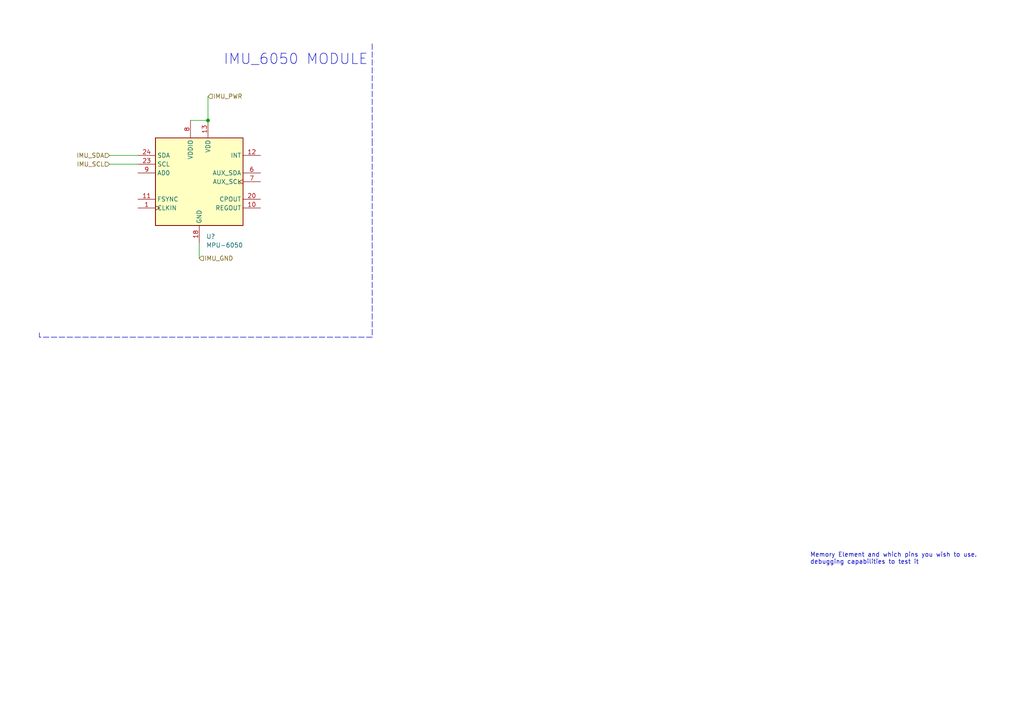
<source format=kicad_sch>
(kicad_sch (version 20211123) (generator eeschema)

  (uuid 0910cb2b-5973-4d8a-ae14-7a1f346a65e3)

  (paper "A4")

  (title_block
    (title "Microcontroller Interfacing Submodule Schematic")
    (date "2022-04-02")
    (rev "v1.04")
    (company "University of Cape Town")
    (comment 1 "Ethan Morris")
  )

  (lib_symbols
    (symbol "Sensor_Motion:MPU-6050" (in_bom yes) (on_board yes)
      (property "Reference" "U" (id 0) (at -11.43 13.97 0)
        (effects (font (size 1.27 1.27)))
      )
      (property "Value" "MPU-6050" (id 1) (at 7.62 -13.97 0)
        (effects (font (size 1.27 1.27)))
      )
      (property "Footprint" "Sensor_Motion:InvenSense_QFN-24_4x4mm_P0.5mm" (id 2) (at 0 -20.32 0)
        (effects (font (size 1.27 1.27)) hide)
      )
      (property "Datasheet" "https://store.invensense.com/datasheets/invensense/MPU-6050_DataSheet_V3%204.pdf" (id 3) (at 0 -3.81 0)
        (effects (font (size 1.27 1.27)) hide)
      )
      (property "ki_keywords" "mems" (id 4) (at 0 0 0)
        (effects (font (size 1.27 1.27)) hide)
      )
      (property "ki_description" "InvenSense 6-Axis Motion Sensor, Gyroscope, Accelerometer, I2C" (id 5) (at 0 0 0)
        (effects (font (size 1.27 1.27)) hide)
      )
      (property "ki_fp_filters" "*QFN-24*4x4mm*P0.5mm*" (id 6) (at 0 0 0)
        (effects (font (size 1.27 1.27)) hide)
      )
      (symbol "MPU-6050_0_1"
        (rectangle (start -12.7 12.7) (end 12.7 -12.7)
          (stroke (width 0.254) (type default) (color 0 0 0 0))
          (fill (type background))
        )
      )
      (symbol "MPU-6050_1_1"
        (pin input clock (at -17.78 -7.62 0) (length 5.08)
          (name "CLKIN" (effects (font (size 1.27 1.27))))
          (number "1" (effects (font (size 1.27 1.27))))
        )
        (pin passive line (at 17.78 -7.62 180) (length 5.08)
          (name "REGOUT" (effects (font (size 1.27 1.27))))
          (number "10" (effects (font (size 1.27 1.27))))
        )
        (pin input line (at -17.78 -5.08 0) (length 5.08)
          (name "FSYNC" (effects (font (size 1.27 1.27))))
          (number "11" (effects (font (size 1.27 1.27))))
        )
        (pin output line (at 17.78 7.62 180) (length 5.08)
          (name "INT" (effects (font (size 1.27 1.27))))
          (number "12" (effects (font (size 1.27 1.27))))
        )
        (pin power_in line (at 2.54 17.78 270) (length 5.08)
          (name "VDD" (effects (font (size 1.27 1.27))))
          (number "13" (effects (font (size 1.27 1.27))))
        )
        (pin power_in line (at 0 -17.78 90) (length 5.08)
          (name "GND" (effects (font (size 1.27 1.27))))
          (number "18" (effects (font (size 1.27 1.27))))
        )
        (pin passive line (at 17.78 -5.08 180) (length 5.08)
          (name "CPOUT" (effects (font (size 1.27 1.27))))
          (number "20" (effects (font (size 1.27 1.27))))
        )
        (pin input line (at -17.78 5.08 0) (length 5.08)
          (name "SCL" (effects (font (size 1.27 1.27))))
          (number "23" (effects (font (size 1.27 1.27))))
        )
        (pin bidirectional line (at -17.78 7.62 0) (length 5.08)
          (name "SDA" (effects (font (size 1.27 1.27))))
          (number "24" (effects (font (size 1.27 1.27))))
        )
        (pin bidirectional line (at 17.78 2.54 180) (length 5.08)
          (name "AUX_SDA" (effects (font (size 1.27 1.27))))
          (number "6" (effects (font (size 1.27 1.27))))
        )
        (pin output clock (at 17.78 0 180) (length 5.08)
          (name "AUX_SCL" (effects (font (size 1.27 1.27))))
          (number "7" (effects (font (size 1.27 1.27))))
        )
        (pin power_in line (at -2.54 17.78 270) (length 5.08)
          (name "VDDIO" (effects (font (size 1.27 1.27))))
          (number "8" (effects (font (size 1.27 1.27))))
        )
        (pin input line (at -17.78 2.54 0) (length 5.08)
          (name "AD0" (effects (font (size 1.27 1.27))))
          (number "9" (effects (font (size 1.27 1.27))))
        )
      )
    )
  )

  (junction (at 60.325 34.925) (diameter 0) (color 0 0 0 0)
    (uuid 56bf7192-20d6-4aac-a286-678d6c8a944d)
  )

  (polyline (pts (xy 107.95 12.7) (xy 107.95 40.64))
    (stroke (width 0) (type default) (color 0 0 0 0))
    (uuid 0b3606c5-a11b-4536-b5ae-7e0558ea75b6)
  )

  (wire (pts (xy 31.75 45.085) (xy 40.005 45.085))
    (stroke (width 0) (type default) (color 0 0 0 0))
    (uuid 7056c034-6255-49a7-91cb-0220d2d4bd93)
  )
  (polyline (pts (xy 107.95 40.64) (xy 107.95 97.79))
    (stroke (width 0) (type default) (color 0 0 0 0))
    (uuid 7fcabd33-2082-4ded-a2d5-0b41d956a847)
  )
  (polyline (pts (xy 11.43 96.52) (xy 11.43 97.79))
    (stroke (width 0) (type default) (color 0 0 0 0))
    (uuid 8bea7a70-243a-47ee-bcc7-804d34cf4471)
  )
  (polyline (pts (xy 107.95 97.79) (xy 11.43 97.79))
    (stroke (width 0) (type default) (color 0 0 0 0))
    (uuid 920d56e6-4d91-4d1a-a5db-fe5261f8a892)
  )

  (wire (pts (xy 31.75 47.625) (xy 40.005 47.625))
    (stroke (width 0) (type default) (color 0 0 0 0))
    (uuid a1da57e9-4944-4a6d-8b0a-d21a7f9e636f)
  )
  (wire (pts (xy 57.785 74.93) (xy 57.785 70.485))
    (stroke (width 0) (type default) (color 0 0 0 0))
    (uuid c7912061-9d8a-483d-a099-247fe822cd0e)
  )
  (wire (pts (xy 55.245 34.925) (xy 60.325 34.925))
    (stroke (width 0) (type default) (color 0 0 0 0))
    (uuid c81caff2-1f44-4903-9100-5c59ffb4531c)
  )
  (wire (pts (xy 60.325 27.94) (xy 60.325 34.925))
    (stroke (width 0) (type default) (color 0 0 0 0))
    (uuid e317cb5c-86aa-4f54-84a3-335cbaeab4fc)
  )

  (text "IMU_6050 MODULE" (at 64.77 19.05 0)
    (effects (font (size 3 3)) (justify left bottom))
    (uuid 19fbe35e-7125-477c-9a61-cbd629d6d687)
  )
  (text "Memory Element and which pins you wish to use.\ndebugging capabilities to test it\n"
    (at 234.95 163.83 0)
    (effects (font (size 1.27 1.27)) (justify left bottom))
    (uuid fd0b9026-2db6-4605-b3fc-3cbfb3de32d7)
  )

  (hierarchical_label "IMU_GND" (shape input) (at 57.785 74.93 0)
    (effects (font (size 1.27 1.27)) (justify left))
    (uuid 44e849d1-edaf-4d85-9c18-e0f9a9453d6e)
  )
  (hierarchical_label "IMU_SDA" (shape input) (at 31.75 45.085 180)
    (effects (font (size 1.27 1.27)) (justify right))
    (uuid 7a262ee3-3ab9-41d1-9239-b1bb4a5254d9)
  )
  (hierarchical_label "IMU_PWR" (shape input) (at 60.325 27.94 0)
    (effects (font (size 1.27 1.27)) (justify left))
    (uuid ca144cb9-1ed4-4aab-90c3-c1118fd254e5)
  )
  (hierarchical_label "IMU_SCL" (shape input) (at 31.75 47.625 180)
    (effects (font (size 1.27 1.27)) (justify right))
    (uuid e127d23e-95a2-4dd0-9dce-b0a64caac017)
  )

  (symbol (lib_id "Sensor_Motion:MPU-6050") (at 57.785 52.705 0) (unit 1)
    (in_bom yes) (on_board yes) (fields_autoplaced)
    (uuid af08a49d-397a-4a05-ad3d-b5e43b205128)
    (property "Reference" "U?" (id 0) (at 59.8044 68.58 0)
      (effects (font (size 1.27 1.27)) (justify left))
    )
    (property "Value" "MPU-6050" (id 1) (at 59.8044 71.12 0)
      (effects (font (size 1.27 1.27)) (justify left))
    )
    (property "Footprint" "Sensor_Motion:InvenSense_QFN-24_4x4mm_P0.5mm" (id 2) (at 57.785 73.025 0)
      (effects (font (size 1.27 1.27)) hide)
    )
    (property "Datasheet" "" (id 3) (at 57.785 56.515 0)
      (effects (font (size 1.27 1.27)) hide)
    )
    (pin "1" (uuid d3beb553-1c58-4ab7-a77f-471ad95a40a3))
    (pin "10" (uuid 8bb50a15-861d-40ac-8828-85a2ba4505c0))
    (pin "11" (uuid 8d0c8d72-2c1e-4327-bc08-6c339f7713fe))
    (pin "12" (uuid 4fd11025-5910-4653-9bec-a99b825a0205))
    (pin "13" (uuid 59071149-a030-4764-9b13-e20c56827345))
    (pin "18" (uuid 9c8490f8-c32d-4a94-8643-7734bd7ca650))
    (pin "20" (uuid f8d9d75b-c15f-447b-b1ef-87a71338edfd))
    (pin "23" (uuid 44c76aed-94f8-4c2b-b577-ef18b03c5fd4))
    (pin "24" (uuid 63b3afe1-5d0b-4d01-b366-c86eefe87e99))
    (pin "6" (uuid d52168cc-6153-481a-8938-d08421c16113))
    (pin "7" (uuid 77352217-c3a3-451b-b004-e50c4c23abce))
    (pin "8" (uuid 4d5a730c-3b06-491e-96a2-043f134bdd9c))
    (pin "9" (uuid db0da8e1-5342-4c79-baa1-f2dad0c80331))
  )
)

</source>
